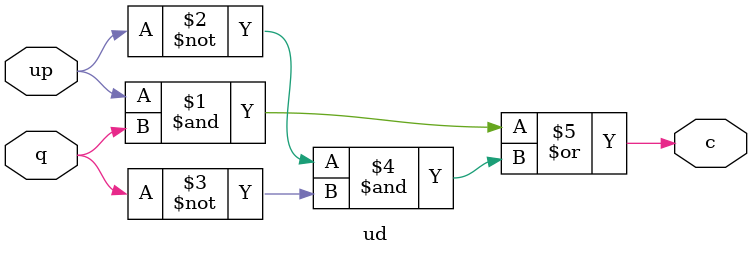
<source format=v>
`timescale 1ns / 1ps
module ud(up, q, c);
    input up,q;
    output c;
    assign c=(up&q)|(~up&~q);
endmodule
</source>
